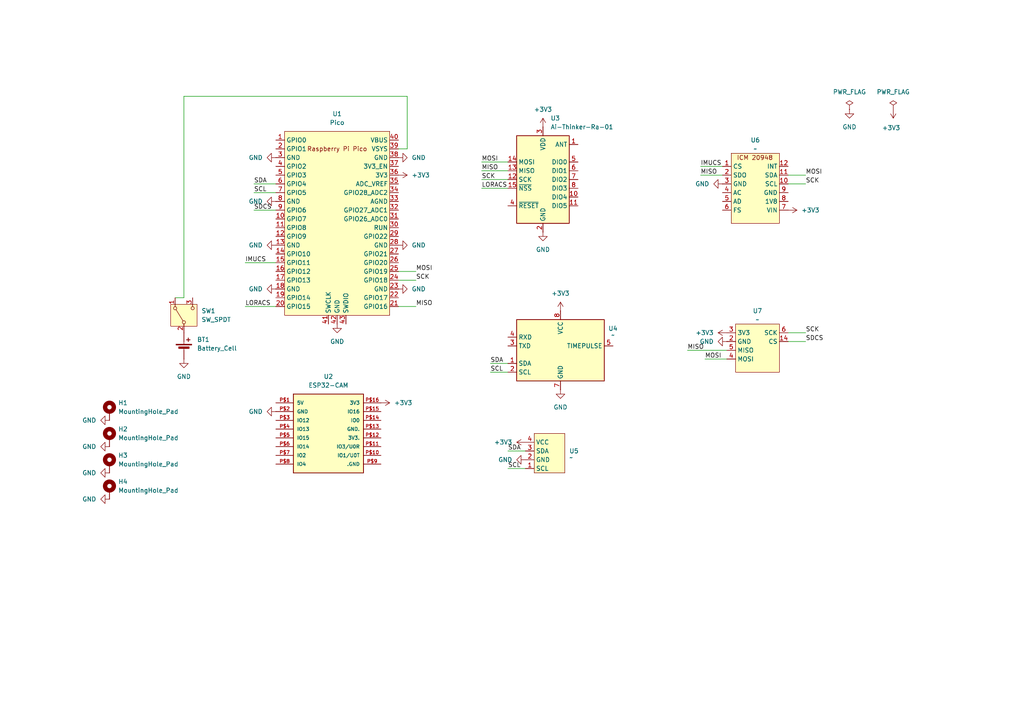
<source format=kicad_sch>
(kicad_sch (version 20231120) (generator "eeschema") (generator_version "8.0")
  (paper "A4")
  (lib_symbols
    (symbol "Device:Battery_Cell" (pin_numbers hide) (pin_names (offset 0) hide)
      (property "Reference" "BT" (at 2.54 2.54 0))
      (property "Value" "Battery_Cell" (at 2.54 0 0))
      (symbol "Battery_Cell_0_1"
        (rectangle (start -2.286 1.778) (end 2.286 1.524) (fill (type outline)))
        (rectangle (start -1.524 1.016) (end 1.524 0.508) (fill (type outline)))
        (polyline (pts (xy 0 0.762) (xy 0 0)))
        (polyline (pts (xy 0 1.778) (xy 0 2.54)))
        (polyline (pts (xy 0.762 3.048) (xy 1.778 3.048)) (stroke (width 0.254)))
        (polyline (pts (xy 1.27 3.556) (xy 1.27 2.54)) (stroke (width 0.254)))
      )
      (symbol "Battery_Cell_1_1"
        (pin passive line (at 0 5.08 270) (length 2.54) (name "+") (number "1"))
        (pin passive line (at 0 -2.54 90) (length 2.54) (name "-") (number "2"))
      )
    )
    (symbol "Mechanical:MountingHole_Pad" (pin_numbers hide) (pin_names (offset 1.016) hide) (exclude_from_sim yes) (in_bom no)
      (property "Reference" "H" (at 0 6.35 0))
      (property "Value" "MountingHole_Pad" (at 0 4.445 0))
      (symbol "MountingHole_Pad_0_1"
        (circle (center 0 1.27) (radius 1.27) (stroke (width 1.27)))
      )
      (symbol "MountingHole_Pad_1_1"
        (pin input line (at 0 -2.54 90) (length 2.54) (name "1") (number "1"))
      )
    )
    (symbol "Panthera components:MAX-M8Q-0-10_breakout_board"
      (property "Reference" "U" (at 6.096 18.542 0))
      (symbol "MAX-M8Q-0-10_breakout_board_0_1"
        (rectangle (start -12.7 15.24) (end 12.7 -2.54) (stroke (width 0.254)) (fill (type background)))
      )
      (symbol "MAX-M8Q-0-10_breakout_board_1_1"
        (pin bidirectional line (at -15.24 2.54 0) (length 2.54) (name "SDA") (number "1"))
        (pin input line (at -15.24 0 0) (length 2.54) (name "SCL") (number "2"))
        (pin output line (at -15.24 7.62 0) (length 2.54) (name "TXD") (number "3"))
        (pin input line (at -15.24 10.16 0) (length 2.54) (name "RXD") (number "4"))
        (pin output line (at 15.24 7.62 180) (length 2.54) (name "TIMEPULSE") (number "5"))
        (pin no_connect line (at 12.7 10.16 180) (length 2.54) hide (name "NC") (number "6"))
        (pin power_in line (at 0 -5.08 90) (length 2.54) (name "GND") (number "7"))
        (pin power_in line (at 0 17.78 270) (length 2.54) (name "VCC") (number "8"))
      )
    )
    (symbol "RF_Module:Ai-Thinker-Ra-01"
      (property "Reference" "U" (at 2.54 17.78 0))
      (property "Value" "Ai-Thinker-Ra-01" (at 13.97 -15.24 0))
      (symbol "Ai-Thinker-Ra-01_0_1"
        (rectangle (start -7.62 12.7) (end 7.62 -12.7) (stroke (width 0.254)) (fill (type background)))
      )
      (symbol "Ai-Thinker-Ra-01_1_1"
        (pin passive line (at 10.16 10.16 180) (length 2.54) (name "ANT") (number "1"))
        (pin bidirectional line (at 10.16 -5.08 180) (length 2.54) (name "DIO4") (number "10"))
        (pin bidirectional line (at 10.16 -7.62 180) (length 2.54) (name "DIO5") (number "11"))
        (pin input line (at -10.16 0 0) (length 2.54) (name "SCK") (number "12"))
        (pin output line (at -10.16 2.54 0) (length 2.54) (name "MISO") (number "13"))
        (pin input line (at -10.16 5.08 0) (length 2.54) (name "MOSI") (number "14"))
        (pin input line (at -10.16 -2.54 0) (length 2.54) (name "~{NSS}") (number "15"))
        (pin passive line (at 0 -15.24 90) (length 2.54) hide (name "GND") (number "16"))
        (pin power_in line (at 0 -15.24 90) (length 2.54) (name "GND") (number "2"))
        (pin power_in line (at 0 15.24 270) (length 2.54) (name "VDD") (number "3"))
        (pin input line (at -10.16 -7.62 0) (length 2.54) (name "~{RESET}") (number "4"))
        (pin bidirectional line (at 10.16 5.08 180) (length 2.54) (name "DIO0") (number "5"))
        (pin bidirectional line (at 10.16 2.54 180) (length 2.54) (name "DIO1") (number "6"))
        (pin bidirectional line (at 10.16 0 180) (length 2.54) (name "DIO2") (number "7"))
        (pin bidirectional line (at 10.16 -2.54 180) (length 2.54) (name "DIO3") (number "8"))
        (pin passive line (at 0 -15.24 90) (length 2.54) hide (name "GND") (number "9"))
      )
    )
    (symbol "Switch:SW_SPDT" (pin_names (offset 0) hide)
      (property "Reference" "SW" (at 0 5.08 0))
      (property "Value" "SW_SPDT" (at 0 -5.08 0))
      (symbol "SW_SPDT_0_1"
        (circle (center -2.032 0) (radius 0.4572))
        (polyline (pts (xy -1.651 0.254) (xy 1.651 2.286)))
        (circle (center 2.032 -2.54) (radius 0.4572))
        (circle (center 2.032 2.54) (radius 0.4572))
      )
      (symbol "SW_SPDT_1_1"
        (rectangle (start -3.175 3.81) (end 3.175 -3.81) (fill (type background)))
        (pin passive line (at 5.08 2.54 180) (length 2.54) (name "A") (number "1"))
        (pin passive line (at -5.08 0 0) (length 2.54) (name "B") (number "2"))
        (pin passive line (at 5.08 -2.54 180) (length 2.54) (name "C") (number "3"))
      )
    )
    (symbol "Test_library:AHT20+BMP280"
      (property "Reference" "U" (at 4.318 12.954 0))
      (symbol "AHT20+BMP280_1_1"
        (rectangle (start 0 11.43) (end 8.89 0) (fill (type background)))
        (pin bidirectional line (at -2.54 1.27 0) (length 2.54) (name "SCL") (number "1"))
        (pin bidirectional line (at -2.54 3.81 0) (length 2.54) (name "GND") (number "2"))
        (pin bidirectional line (at -2.54 6.35 0) (length 2.54) (name "SDA") (number "3"))
        (pin power_in line (at -2.54 8.89 0) (length 2.54) (name "VCC") (number "4"))
      )
    )
    (symbol "Test_library:BFF_SD_Card"
      (property "Reference" "U" (at 2.286 15.748 0))
      (symbol "BFF_SD_Card_1_1"
        (rectangle (start 0 13.97) (end 12.7 0) (fill (type background)))
        (pin bidirectional line (at 15.24 8.89 180) (length 2.54) (name "CS") (number "14"))
        (pin bidirectional line (at -2.54 8.89 0) (length 2.54) (name "GND") (number "2"))
        (pin bidirectional line (at -2.54 11.43 0) (length 2.54) (name "3V3") (number "3"))
        (pin bidirectional line (at -2.54 3.81 0) (length 2.54) (name "MOSI") (number "4"))
        (pin bidirectional line (at -2.54 6.35 0) (length 2.54) (name "MISO") (number "5"))
        (pin bidirectional line (at 15.24 11.43 180) (length 2.54) (name "SCK") (number "6"))
      )
    )
    (symbol "Test_library:ESP32-CAM" (pin_names (offset 1.016))
      (property "Reference" "U" (at -10.16 20.32 0))
      (property "Value" "ESP32-CAM" (at 0 0 0))
      (symbol "ESP32-CAM_0_0"
        (rectangle (start -10.16 -5.08) (end 10.16 17.78) (stroke (width 0.254)) (fill (type background)))
        (pin bidirectional line (at -15.24 15.24 0) (length 5.08) (name "5V") (number "P$1"))
        (pin bidirectional line (at 15.24 0 180) (length 5.08) (name "IO1/U0T") (number "P$10"))
        (pin bidirectional line (at 15.24 2.54 180) (length 5.08) (name "IO3/U0R") (number "P$11"))
        (pin bidirectional line (at 15.24 5.08 180) (length 5.08) (name "3V3.") (number "P$12"))
        (pin bidirectional line (at 15.24 7.62 180) (length 5.08) (name "GND.") (number "P$13"))
        (pin bidirectional line (at 15.24 10.16 180) (length 5.08) (name "IO0") (number "P$14"))
        (pin bidirectional line (at 15.24 12.7 180) (length 5.08) (name "IO16") (number "P$15"))
        (pin bidirectional line (at 15.24 15.24 180) (length 5.08) (name "3V3") (number "P$16"))
        (pin bidirectional line (at -15.24 12.7 0) (length 5.08) (name "GND") (number "P$2"))
        (pin bidirectional line (at -15.24 10.16 0) (length 5.08) (name "IO12") (number "P$3"))
        (pin bidirectional line (at -15.24 7.62 0) (length 5.08) (name "IO13") (number "P$4"))
        (pin bidirectional line (at -15.24 5.08 0) (length 5.08) (name "IO15") (number "P$5"))
        (pin bidirectional line (at -15.24 2.54 0) (length 5.08) (name "IO14") (number "P$6"))
        (pin bidirectional line (at -15.24 0 0) (length 5.08) (name "IO2") (number "P$7"))
        (pin bidirectional line (at -15.24 -2.54 0) (length 5.08) (name "IO4") (number "P$8"))
        (pin bidirectional line (at 15.24 -2.54 180) (length 5.08) (name ".GND") (number "P$9"))
      )
    )
    (symbol "Test_library:ICM20948"
      (property "Reference" "U" (at 3.302 23.368 0))
      (symbol "ICM20948_1_1"
        (rectangle (start 0 20.32) (end 13.97 0) (fill (type background)))
        (text "ICM 20948" (at 6.858 19.05 0) (effects (font (size 1.27 1.27))))
        (pin bidirectional line (at -2.54 16.51 0) (length 2.54) (name "CS") (number "1"))
        (pin bidirectional line (at 16.51 11.43 180) (length 2.54) (name "SCL") (number "10"))
        (pin bidirectional line (at 16.51 13.97 180) (length 2.54) (name "SDA") (number "11"))
        (pin bidirectional line (at 16.51 16.51 180) (length 2.54) (name "INT") (number "12"))
        (pin bidirectional line (at -2.54 13.97 0) (length 2.54) (name "SDO") (number "2"))
        (pin bidirectional line (at -2.54 11.43 0) (length 2.54) (name "GND") (number "3"))
        (pin bidirectional line (at -2.54 8.89 0) (length 2.54) (name "AC") (number "4"))
        (pin bidirectional line (at -2.54 6.35 0) (length 2.54) (name "AD") (number "5"))
        (pin bidirectional line (at -2.54 3.81 0) (length 2.54) (name "FS") (number "6"))
        (pin bidirectional line (at 16.51 3.81 180) (length 2.54) (name "VIN") (number "7"))
        (pin bidirectional line (at 16.51 6.35 180) (length 2.54) (name "1V8") (number "8"))
        (pin bidirectional line (at 16.51 8.89 180) (length 2.54) (name "GND") (number "9"))
      )
    )
    (symbol "Test_library:Pico"
      (property "Reference" "U" (at -13.97 27.94 0))
      (property "Value" "Pico" (at 0 19.05 0))
      (symbol "Pico_0_0"
        (text "Raspberry Pi Pico" (at 0 21.59 0) (effects (font (size 1.27 1.27))))
      )
      (symbol "Pico_0_1"
        (rectangle (start -15.24 26.67) (end 15.24 -26.67) (fill (type background)))
      )
      (symbol "Pico_1_1"
        (pin bidirectional line (at -17.78 24.13 0) (length 2.54) (name "GPIO0") (number "1"))
        (pin bidirectional line (at -17.78 1.27 0) (length 2.54) (name "GPIO7") (number "10"))
        (pin bidirectional line (at -17.78 -1.27 0) (length 2.54) (name "GPIO8") (number "11"))
        (pin bidirectional line (at -17.78 -3.81 0) (length 2.54) (name "GPIO9") (number "12"))
        (pin power_in line (at -17.78 -6.35 0) (length 2.54) (name "GND") (number "13"))
        (pin bidirectional line (at -17.78 -8.89 0) (length 2.54) (name "GPIO10") (number "14"))
        (pin bidirectional line (at -17.78 -11.43 0) (length 2.54) (name "GPIO11") (number "15"))
        (pin bidirectional line (at -17.78 -13.97 0) (length 2.54) (name "GPIO12") (number "16"))
        (pin bidirectional line (at -17.78 -16.51 0) (length 2.54) (name "GPIO13") (number "17"))
        (pin power_in line (at -17.78 -19.05 0) (length 2.54) (name "GND") (number "18"))
        (pin bidirectional line (at -17.78 -21.59 0) (length 2.54) (name "GPIO14") (number "19"))
        (pin bidirectional line (at -17.78 21.59 0) (length 2.54) (name "GPIO1") (number "2"))
        (pin bidirectional line (at -17.78 -24.13 0) (length 2.54) (name "GPIO15") (number "20"))
        (pin bidirectional line (at 17.78 -24.13 180) (length 2.54) (name "GPIO16") (number "21"))
        (pin bidirectional line (at 17.78 -21.59 180) (length 2.54) (name "GPIO17") (number "22"))
        (pin power_in line (at 17.78 -19.05 180) (length 2.54) (name "GND") (number "23"))
        (pin bidirectional line (at 17.78 -16.51 180) (length 2.54) (name "GPIO18") (number "24"))
        (pin bidirectional line (at 17.78 -13.97 180) (length 2.54) (name "GPIO19") (number "25"))
        (pin bidirectional line (at 17.78 -11.43 180) (length 2.54) (name "GPIO20") (number "26"))
        (pin bidirectional line (at 17.78 -8.89 180) (length 2.54) (name "GPIO21") (number "27"))
        (pin power_in line (at 17.78 -6.35 180) (length 2.54) (name "GND") (number "28"))
        (pin bidirectional line (at 17.78 -3.81 180) (length 2.54) (name "GPIO22") (number "29"))
        (pin power_in line (at -17.78 19.05 0) (length 2.54) (name "GND") (number "3"))
        (pin input line (at 17.78 -1.27 180) (length 2.54) (name "RUN") (number "30"))
        (pin bidirectional line (at 17.78 1.27 180) (length 2.54) (name "GPIO26_ADC0") (number "31"))
        (pin bidirectional line (at 17.78 3.81 180) (length 2.54) (name "GPIO27_ADC1") (number "32"))
        (pin power_in line (at 17.78 6.35 180) (length 2.54) (name "AGND") (number "33"))
        (pin bidirectional line (at 17.78 8.89 180) (length 2.54) (name "GPIO28_ADC2") (number "34"))
        (pin power_in line (at 17.78 11.43 180) (length 2.54) (name "ADC_VREF") (number "35"))
        (pin power_in line (at 17.78 13.97 180) (length 2.54) (name "3V3") (number "36"))
        (pin input line (at 17.78 16.51 180) (length 2.54) (name "3V3_EN") (number "37"))
        (pin bidirectional line (at 17.78 19.05 180) (length 2.54) (name "GND") (number "38"))
        (pin power_in line (at 17.78 21.59 180) (length 2.54) (name "VSYS") (number "39"))
        (pin bidirectional line (at -17.78 16.51 0) (length 2.54) (name "GPIO2") (number "4"))
        (pin power_in line (at 17.78 24.13 180) (length 2.54) (name "VBUS") (number "40"))
        (pin input line (at -2.54 -29.21 90) (length 2.54) (name "SWCLK") (number "41"))
        (pin power_in line (at 0 -29.21 90) (length 2.54) (name "GND") (number "42"))
        (pin bidirectional line (at 2.54 -29.21 90) (length 2.54) (name "SWDIO") (number "43"))
        (pin bidirectional line (at -17.78 13.97 0) (length 2.54) (name "GPIO3") (number "5"))
        (pin bidirectional line (at -17.78 11.43 0) (length 2.54) (name "GPIO4") (number "6"))
        (pin bidirectional line (at -17.78 8.89 0) (length 2.54) (name "GPIO5") (number "7"))
        (pin power_in line (at -17.78 6.35 0) (length 2.54) (name "GND") (number "8"))
        (pin bidirectional line (at -17.78 3.81 0) (length 2.54) (name "GPIO6") (number "9"))
      )
    )
    (symbol "power:+3V3" (power) (pin_numbers hide) (pin_names (offset 0) hide)
      (property "Value" "+3V3" (at 0 3.556 0))
      (symbol "+3V3_0_1"
        (polyline (pts (xy -0.762 1.27) (xy 0 2.54)))
        (polyline (pts (xy 0 0) (xy 0 2.54)))
        (polyline (pts (xy 0 2.54) (xy 0.762 1.27)))
      )
      (symbol "+3V3_1_1"
        (pin power_in line (at 0 0 90) (length 0) (name "~") (number "1"))
      )
    )
    (symbol "power:GND" (power) (pin_numbers hide) (pin_names (offset 0) hide)
      (property "Value" "GND" (at 0 -3.81 0))
      (symbol "GND_0_1"
        (polyline (pts (xy 0 0) (xy 0 -1.27) (xy 1.27 -1.27) (xy 0 -2.54) (xy -1.27 -1.27) (xy 0 -1.27)))
      )
      (symbol "GND_1_1"
        (pin power_in line (at 0 0 270) (length 0) (name "~") (number "1"))
      )
    )
    (symbol "power:PWR_FLAG" (power) (pin_numbers hide) (pin_names (offset 0) hide)
      (property "Value" "PWR_FLAG" (at 0 3.81 0))
      (symbol "PWR_FLAG_0_0"
        (pin power_out line (at 0 0 90) (length 0) (name "~") (number "1"))
      )
      (symbol "PWR_FLAG_0_1"
        (polyline (pts (xy 0 0) (xy 0 1.27) (xy -1.016 1.905) (xy 0 2.54) (xy 1.016 1.905) (xy 0 1.27)))
      )
    )
  )
  (wire (pts (xy 71.12 88.9) (xy 80.01 88.9)))
  (wire (pts (xy 142.24 107.95) (xy 147.32 107.95)))
  (wire (pts (xy 228.6 96.52) (xy 233.68 96.52)))
  (wire (pts (xy 139.7 52.07) (xy 147.32 52.07)))
  (wire (pts (xy 228.6 50.8) (xy 233.68 50.8)))
  (wire (pts (xy 118.11 43.18) (xy 115.57 43.18)))
  (wire (pts (xy 203.2 48.26) (xy 209.55 48.26)))
  (wire (pts (xy 204.47 104.14) (xy 210.82 104.14)))
  (wire (pts (xy 53.34 27.94) (xy 118.11 27.94)))
  (wire (pts (xy 71.12 76.2) (xy 80.01 76.2)))
  (wire (pts (xy 115.57 81.28) (xy 120.65 81.28)))
  (wire (pts (xy 73.66 60.96) (xy 80.01 60.96)))
  (wire (pts (xy 139.7 54.61) (xy 147.32 54.61)))
  (wire (pts (xy 73.66 53.34) (xy 80.01 53.34)))
  (wire (pts (xy 115.57 78.74) (xy 120.65 78.74)))
  (wire (pts (xy 118.11 27.94) (xy 118.11 43.18)))
  (wire (pts (xy 139.7 46.99) (xy 147.32 46.99)))
  (wire (pts (xy 147.32 135.89) (xy 152.4 135.89)))
  (wire (pts (xy 228.6 53.34) (xy 233.68 53.34)))
  (wire (pts (xy 53.34 86.36) (xy 53.34 27.94)))
  (wire (pts (xy 147.32 130.81) (xy 152.4 130.81)))
  (wire (pts (xy 203.2 50.8) (xy 209.55 50.8)))
  (wire (pts (xy 199.39 101.6) (xy 210.82 101.6)))
  (wire (pts (xy 50.8 86.36) (xy 53.34 86.36)))
  (wire (pts (xy 142.24 105.41) (xy 147.32 105.41)))
  (wire (pts (xy 73.66 55.88) (xy 80.01 55.88)))
  (wire (pts (xy 139.7 49.53) (xy 147.32 49.53)))
  (wire (pts (xy 228.6 99.06) (xy 233.68 99.06)))
  (wire (pts (xy 115.57 88.9) (xy 120.65 88.9)))
  (label "SCK" (at 233.68 53.34 0))
  (label "SCK" (at 139.7 52.07 0))
  (label "SDA" (at 142.24 105.41 0))
  (label "SDA" (at 73.66 53.34 0))
  (label "SCK" (at 233.68 96.52 0))
  (label "MISO" (at 120.65 88.9 0))
  (label "MOSI" (at 204.47 104.14 0))
  (label "MISO" (at 203.2 50.8 0))
  (label "SDCS" (at 233.68 99.06 0))
  (label "IMUCS" (at 203.2 48.26 0))
  (label "MOSI" (at 120.65 78.74 0))
  (label "SDCS" (at 73.66 60.96 0))
  (label "SCK" (at 120.65 81.28 0))
  (label "IMUCS" (at 71.12 76.2 0))
  (label "LORACS" (at 139.7 54.61 0))
  (label "LORACS" (at 71.12 88.9 0))
  (label "MOSI" (at 139.7 46.99 0))
  (label "SDA" (at 147.32 130.81 0))
  (label "SCL" (at 147.32 135.89 0))
  (label "MISO" (at 139.7 49.53 0))
  (label "SCL" (at 142.24 107.95 0))
  (label "SCL" (at 73.66 55.88 0))
  (label "MOSI" (at 233.68 50.8 0))
  (label "MISO" (at 199.39 101.6 0))
  (symbol (lib_id "Test_library:Pico") (at 97.79 64.77 0) (unit 1)
    (property "Reference" "U1" (at 97.79 33.02 0))
    (property "Value" "Pico" (at 97.79 35.56 0))
    (property "Footprint" "Test_Library:RPi_Pico_SMD_TH" (effects (hide yes)))
  )
  (symbol (lib_id "power:PWR_FLAG") (at 246.38 31.75 0) (unit 1)
    (property "Reference" "#FLG01" (effects (hide yes)))
    (property "Value" "PWR_FLAG" (at 246.38 26.67 0))
    (property "Description" "Special symbol for telling ERC where power comes from" (effects (hide yes)))
  )
  (symbol (lib_id "power:GND") (at 246.38 31.75 0) (unit 1)
    (property "Reference" "#PWR014" (effects (hide yes)))
    (property "Value" "GND" (at 246.38 36.83 0))
    (property "Description" "Power symbol creates a global label with name \"GND\" , ground" (effects (hide yes)))
  )
  (symbol (lib_id "power:GND") (at 80.01 58.42 270) (unit 1)
    (property "Reference" "#PWR024" (effects (hide yes)))
    (property "Value" "GND" (at 76.2 58.4199 90) (effects (justify right)))
    (property "Description" "Power symbol creates a global label with name \"GND\" , ground" (effects (hide yes)))
  )
  (symbol (lib_id "power:GND") (at 115.57 71.12 90) (unit 1)
    (property "Reference" "#PWR022" (effects (hide yes)))
    (property "Value" "GND" (at 119.38 71.1199 90) (effects (justify right)))
    (property "Description" "Power symbol creates a global label with name \"GND\" , ground" (effects (hide yes)))
  )
  (symbol (lib_id "power:GND") (at 53.34 104.14 0) (unit 1)
    (property "Reference" "#PWR01" (effects (hide yes)))
    (property "Value" "GND" (at 53.34 109.22 0))
    (property "Description" "Power symbol creates a global label with name \"GND\" , ground" (effects (hide yes)))
  )
  (symbol (lib_id "power:+3V3") (at 210.82 96.52 90) (unit 1)
    (property "Reference" "#PWR011" (effects (hide yes)))
    (property "Value" "+3V3" (at 207.01 96.5199 90) (effects (justify left)))
    (property "Description" "Power symbol creates a global label with name \"+3V3\"" (effects (hide yes)))
  )
  (symbol (lib_id "power:+3V3") (at 162.56 90.17 0) (unit 1)
    (property "Reference" "#PWR012" (effects (hide yes)))
    (property "Value" "+3V3" (at 162.56 85.09 0))
    (property "Description" "Power symbol creates a global label with name \"+3V3\"" (effects (hide yes)))
  )
  (symbol (lib_id "Panthera components:MAX-M8Q-0-10_breakout_board") (at 162.56 107.95 0) (unit 1)
    (property "Reference" "U4" (at 177.8 95.2814 0))
    (property "Value" "~" (at 177.8 97.1865 0))
    (property "Footprint" "Panthera:MAX-M8Q-0-10 breakout board" (effects (hide yes)))
  )
  (symbol (lib_id "RF_Module:Ai-Thinker-Ra-01") (at 157.48 52.07 0) (unit 1)
    (property "Reference" "U3" (at 159.6741 34.29 0) (effects (justify left)))
    (property "Value" "Ai-Thinker-Ra-01" (at 159.6741 36.83 0) (effects (justify left)))
    (property "Footprint" "RF_Module:Ai-Thinker-Ra-01-LoRa" (effects (hide yes)))
    (property "Datasheet" "http://wiki.ai-thinker.com/_media/lora/docs/c047ps01a1_ra-01_product_specification_v1.1.pdf" (effects (hide yes)))
    (property "Description" "Ai-Thinker Ra-01 410-525 MHz LoRa Module, SPI interface, external antenna" (effects (hide yes)))
  )
  (symbol (lib_id "power:GND") (at 115.57 83.82 90) (unit 1)
    (property "Reference" "#PWR020" (effects (hide yes)))
    (property "Value" "GND" (at 119.38 83.8199 90) (effects (justify right)))
    (property "Description" "Power symbol creates a global label with name \"GND\" , ground" (effects (hide yes)))
  )
  (symbol (lib_id "power:GND") (at 80.01 71.12 270) (unit 1)
    (property "Reference" "#PWR017" (effects (hide yes)))
    (property "Value" "GND" (at 76.2 71.1199 90) (effects (justify right)))
    (property "Description" "Power symbol creates a global label with name \"GND\" , ground" (effects (hide yes)))
  )
  (symbol (lib_id "power:GND") (at 152.4 133.35 270) (unit 1)
    (property "Reference" "#PWR05" (effects (hide yes)))
    (property "Value" "GND" (at 148.59 133.3499 90) (effects (justify right)))
    (property "Description" "Power symbol creates a global label with name \"GND\" , ground" (effects (hide yes)))
  )
  (symbol (lib_id "Device:Battery_Cell") (at 53.34 101.6 0) (unit 1)
    (property "Reference" "BT1" (at 57.15 98.4884 0) (effects (justify left)))
    (property "Value" "Battery_Cell" (at 57.15 101.0284 0) (effects (justify left)))
    (property "Footprint" "Connector_JST:JST_PH_B2B-PH-K_1x02_P2.00mm_Vertical" (effects (hide yes)))
    (property "Description" "Single-cell battery" (effects (hide yes)))
  )
  (symbol (lib_id "Mechanical:MountingHole_Pad") (at 31.75 142.24 0) (unit 1) (exclude_from_sim yes) (in_bom no)
    (property "Reference" "H4" (at 34.29 139.6999 0) (effects (justify left)))
    (property "Value" "MountingHole_Pad" (at 34.29 142.2399 0) (effects (justify left)))
    (property "Footprint" "MountingHole:MountingHole_2.2mm_M2_Pad" (effects (hide yes)))
    (property "Description" "Mounting Hole with connection" (effects (hide yes)))
  )
  (symbol (lib_id "Mechanical:MountingHole_Pad") (at 31.75 119.38 0) (unit 1) (exclude_from_sim yes) (in_bom no)
    (property "Reference" "H1" (at 34.29 116.8399 0) (effects (justify left)))
    (property "Value" "MountingHole_Pad" (at 34.29 119.3799 0) (effects (justify left)))
    (property "Footprint" "MountingHole:MountingHole_2.2mm_M2_Pad" (effects (hide yes)))
    (property "Description" "Mounting Hole with connection" (effects (hide yes)))
  )
  (symbol (lib_id "power:GND") (at 162.56 113.03 0) (unit 1)
    (property "Reference" "#PWR04" (effects (hide yes)))
    (property "Value" "GND" (at 162.56 118.11 0))
    (property "Description" "Power symbol creates a global label with name \"GND\" , ground" (effects (hide yes)))
  )
  (symbol (lib_id "power:GND") (at 209.55 53.34 270) (unit 1)
    (property "Reference" "#PWR06" (effects (hide yes)))
    (property "Value" "GND" (at 205.74 53.3399 90) (effects (justify right)))
    (property "Description" "Power symbol creates a global label with name \"GND\" , ground" (effects (hide yes)))
  )
  (symbol (lib_id "power:+3V3") (at 152.4 128.27 90) (unit 1)
    (property "Reference" "#PWR013" (effects (hide yes)))
    (property "Value" "+3V3" (at 148.59 128.2699 90) (effects (justify left)))
    (property "Description" "Power symbol creates a global label with name \"+3V3\"" (effects (hide yes)))
  )
  (symbol (lib_id "power:GND") (at 157.48 67.31 0) (unit 1)
    (property "Reference" "#PWR03" (effects (hide yes)))
    (property "Value" "GND" (at 157.48 72.39 0))
    (property "Description" "Power symbol creates a global label with name \"GND\" , ground" (effects (hide yes)))
  )
  (symbol (lib_id "Switch:SW_SPDT") (at 53.34 91.44 90) (unit 1)
    (property "Reference" "SW1" (at 58.42 90.1699 90) (effects (justify right)))
    (property "Value" "SW_SPDT" (at 58.42 92.7099 90) (effects (justify right)))
    (property "Footprint" "Test_Library:SK-12D07" (effects (hide yes)))
    (property "Description" "Switch, single pole double throw" (effects (hide yes)))
  )
  (symbol (lib_id "power:GND") (at 31.75 137.16 270) (unit 1)
    (property "Reference" "#PWR027" (effects (hide yes)))
    (property "Value" "GND" (at 27.94 137.1599 90) (effects (justify right)))
    (property "Description" "Power symbol creates a global label with name \"GND\" , ground" (effects (hide yes)))
  )
  (symbol (lib_id "power:+3V3") (at 259.08 31.75 180) (unit 1)
    (property "Reference" "#PWR015" (effects (hide yes)))
    (property "Value" "+3V3" (at 261.112 37.084 0) (effects (justify left)))
    (property "Description" "Power symbol creates a global label with name \"+3V3\"" (effects (hide yes)))
  )
  (symbol (lib_id "Test_library:ICM20948") (at 212.09 64.77 0) (unit 1)
    (property "Reference" "U6" (at 219.075 40.64 0))
    (property "Value" "~" (at 219.075 43.18 0))
    (property "Footprint" "Test_Library:ICM20948" (effects (hide yes)))
  )
  (symbol (lib_id "power:GND") (at 115.57 45.72 90) (unit 1)
    (property "Reference" "#PWR021" (effects (hide yes)))
    (property "Value" "GND" (at 119.38 45.7199 90) (effects (justify right)))
    (property "Description" "Power symbol creates a global label with name \"GND\" , ground" (effects (hide yes)))
  )
  (symbol (lib_id "Test_library:BFF_SD_Card") (at 213.36 107.95 0) (unit 1)
    (property "Reference" "U7" (at 219.71 90.17 0))
    (property "Value" "~" (at 219.71 92.71 0))
    (property "Footprint" "Test_Library:BFF SD Card" (effects (hide yes)))
  )
  (symbol (lib_id "Mechanical:MountingHole_Pad") (at 31.75 127 0) (unit 1) (exclude_from_sim yes) (in_bom no)
    (property "Reference" "H2" (at 34.29 124.4599 0) (effects (justify left)))
    (property "Value" "MountingHole_Pad" (at 34.29 126.9999 0) (effects (justify left)))
    (property "Footprint" "MountingHole:MountingHole_2.2mm_M2_Pad" (effects (hide yes)))
    (property "Description" "Mounting Hole with connection" (effects (hide yes)))
  )
  (symbol (lib_id "power:GND") (at 80.01 119.38 270) (unit 1)
    (property "Reference" "#PWR02" (effects (hide yes)))
    (property "Value" "GND" (at 76.2 119.3799 90) (effects (justify right)))
    (property "Description" "Power symbol creates a global label with name \"GND\" , ground" (effects (hide yes)))
  )
  (symbol (lib_id "power:+3V3") (at 157.48 36.83 0) (unit 1)
    (property "Reference" "#PWR09" (effects (hide yes)))
    (property "Value" "+3V3" (at 157.48 31.75 0))
    (property "Description" "Power symbol creates a global label with name \"+3V3\"" (effects (hide yes)))
  )
  (symbol (lib_id "power:GND") (at 80.01 45.72 270) (unit 1)
    (property "Reference" "#PWR016" (effects (hide yes)))
    (property "Value" "GND" (at 76.2 45.7199 90) (effects (justify right)))
    (property "Description" "Power symbol creates a global label with name \"GND\" , ground" (effects (hide yes)))
  )
  (symbol (lib_id "power:GND") (at 210.82 99.06 270) (unit 1)
    (property "Reference" "#PWR07" (effects (hide yes)))
    (property "Value" "GND" (at 207.01 99.0599 90) (effects (justify right)))
    (property "Description" "Power symbol creates a global label with name \"GND\" , ground" (effects (hide yes)))
  )
  (symbol (lib_id "power:GND") (at 31.75 121.92 270) (unit 1)
    (property "Reference" "#PWR025" (effects (hide yes)))
    (property "Value" "GND" (at 27.94 121.9199 90) (effects (justify right)))
    (property "Description" "Power symbol creates a global label with name \"GND\" , ground" (effects (hide yes)))
  )
  (symbol (lib_id "Test_library:AHT20+BMP280") (at 154.94 137.16 0) (unit 1)
    (property "Reference" "U5" (at 165.1 130.8099 0) (effects (justify left)))
    (property "Value" "~" (at 165.1 132.715 0) (effects (justify left)))
    (property "Footprint" "Test_Library:AHT20+BMP280" (effects (hide yes)))
  )
  (symbol (lib_id "power:+3V3") (at 110.49 116.84 270) (unit 1)
    (property "Reference" "#PWR023" (effects (hide yes)))
    (property "Value" "+3V3" (at 114.3 116.8399 90) (effects (justify left)))
    (property "Description" "Power symbol creates a global label with name \"+3V3\"" (effects (hide yes)))
  )
  (symbol (lib_id "power:+3V3") (at 228.6 60.96 270) (unit 1)
    (property "Reference" "#PWR010" (effects (hide yes)))
    (property "Value" "+3V3" (at 232.41 60.9599 90) (effects (justify left)))
    (property "Description" "Power symbol creates a global label with name \"+3V3\"" (effects (hide yes)))
  )
  (symbol (lib_id "power:GND") (at 80.01 83.82 270) (unit 1)
    (property "Reference" "#PWR018" (effects (hide yes)))
    (property "Value" "GND" (at 76.2 83.8199 90) (effects (justify right)))
    (property "Description" "Power symbol creates a global label with name \"GND\" , ground" (effects (hide yes)))
  )
  (symbol (lib_id "Mechanical:MountingHole_Pad") (at 31.75 134.62 0) (unit 1) (exclude_from_sim yes) (in_bom no)
    (property "Reference" "H3" (at 34.29 132.0799 0) (effects (justify left)))
    (property "Value" "MountingHole_Pad" (at 34.29 134.6199 0) (effects (justify left)))
    (property "Footprint" "MountingHole:MountingHole_2.2mm_M2_Pad" (effects (hide yes)))
    (property "Description" "Mounting Hole with connection" (effects (hide yes)))
  )
  (symbol (lib_id "power:GND") (at 31.75 129.54 270) (unit 1)
    (property "Reference" "#PWR026" (effects (hide yes)))
    (property "Value" "GND" (at 27.94 129.5399 90) (effects (justify right)))
    (property "Description" "Power symbol creates a global label with name \"GND\" , ground" (effects (hide yes)))
  )
  (symbol (lib_id "power:GND") (at 97.79 93.98 0) (unit 1)
    (property "Reference" "#PWR019" (effects (hide yes)))
    (property "Value" "GND" (at 97.79 99.06 0))
    (property "Description" "Power symbol creates a global label with name \"GND\" , ground" (effects (hide yes)))
  )
  (symbol (lib_id "power:PWR_FLAG") (at 259.08 31.75 0) (unit 1)
    (property "Reference" "#FLG02" (effects (hide yes)))
    (property "Value" "PWR_FLAG" (at 259.08 26.67 0))
    (property "Description" "Special symbol for telling ERC where power comes from" (effects (hide yes)))
  )
  (symbol (lib_id "power:GND") (at 31.75 144.78 270) (unit 1)
    (property "Reference" "#PWR028" (effects (hide yes)))
    (property "Value" "GND" (at 27.94 144.7799 90) (effects (justify right)))
    (property "Description" "Power symbol creates a global label with name \"GND\" , ground" (effects (hide yes)))
  )
  (symbol (lib_id "Test_library:ESP32-CAM") (at 95.25 132.08 0) (unit 1)
    (property "Reference" "U2" (at 95.25 109.22 0))
    (property "Value" "ESP32-CAM" (at 95.25 111.76 0))
    (property "Footprint" "Test_Library:ESP32-CAM" (effects (hide yes)))
    (property "Description" "ESP32 ESP32 Transceiver; 802.11 a/b/g/n (Wi-Fi, WiFi, WLAN), Bluetooth® Smart 4.x Low Energy (BLE) Evaluation Board" (effects (hide yes)))
    (property "MF" "AI-Thinker" (effects (hide yes)))
    (property "PACKAGE" "None" (effects (hide yes)))
    (property "PRICE" "None" (effects (hide yes)))
    (property "Package" "None" (effects (hide yes)))
    (property "Check_prices" "https://www.snapeda.com/parts/ESP32-CAM/AI-Thinker/view-part/?ref=eda" (effects (hide yes)))
    (property "Price" "None" (effects (hide yes)))
    (property "SnapEDA_Link" "https://www.snapeda.com/parts/ESP32-CAM/AI-Thinker/view-part/?ref=snap" (effects (hide yes)))
    (property "MP" "ESP32-CAM" (effects (hide yes)))
    (property "Availability" "Not in stock" (effects (hide yes)))
    (property "AVAILABILITY" "Not in stock" (effects (hide yes)))
    (property "Description_1" "\n                        \n                            ESP32 ESP32 Transceiver; 802.11 a/b/g/n (Wi-Fi, WiFi, WLAN), Bluetooth® Smart 4.x Low Energy (BLE) Evaluation Board\n                        \n" (effects (hide yes)))
  )
  (symbol (lib_id "power:+3V3") (at 115.57 50.8 270) (unit 1)
    (property "Reference" "#PWR08" (effects (hide yes)))
    (property "Value" "+3V3" (at 119.38 50.7999 90) (effects (justify left)))
    (property "Description" "Power symbol creates a global label with name \"+3V3\"" (effects (hide yes)))
  )
)
</source>
